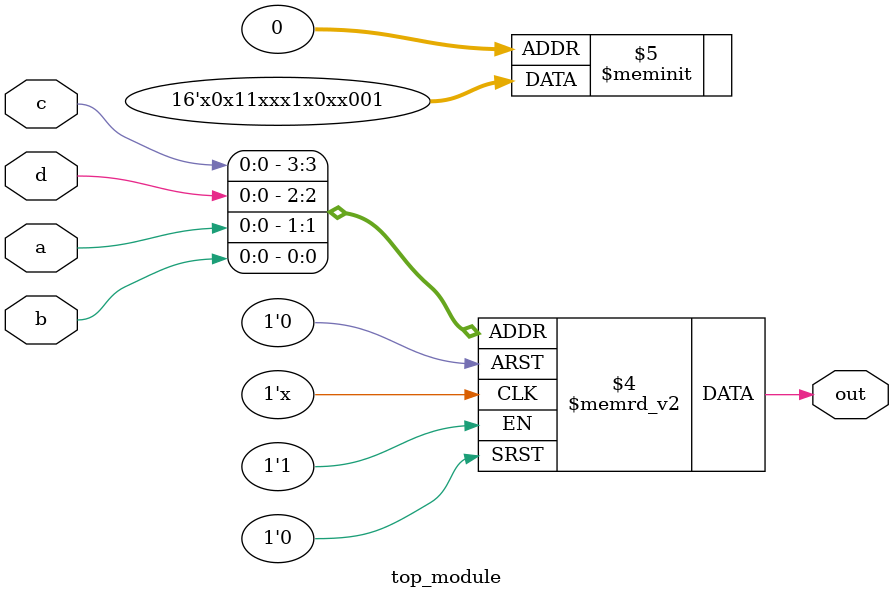
<source format=sv>
module top_module (
    input a, 
    input b,
    input c,
    input d,
    output reg out
);

always @(*) begin
    case ({c, d, a, b})
        4'b0000, 4'b0111, 4'b1011, 4'b1100: out = 1'b1;
        4'b0001, 4'b0010, 4'b0101, 4'b1110: out = 1'b0;
        default: out = 1'bx;
    endcase
end

endmodule

</source>
